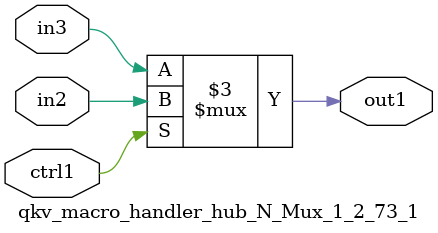
<source format=v>

`timescale 1ps / 1ps


module qkv_macro_handler_hub_N_Mux_1_2_73_1( in3, in2, ctrl1, out1 );

    input in3;
    input in2;
    input ctrl1;
    output out1;
    reg out1;

    
    // rtl_process:qkv_macro_handler_hub_N_Mux_1_2_73_1/qkv_macro_handler_hub_N_Mux_1_2_73_1_thread_1
    always @*
      begin : qkv_macro_handler_hub_N_Mux_1_2_73_1_thread_1
        case (ctrl1) 
          1'b1: 
            begin
              out1 = in2;
            end
          default: 
            begin
              out1 = in3;
            end
        endcase
      end

endmodule


</source>
